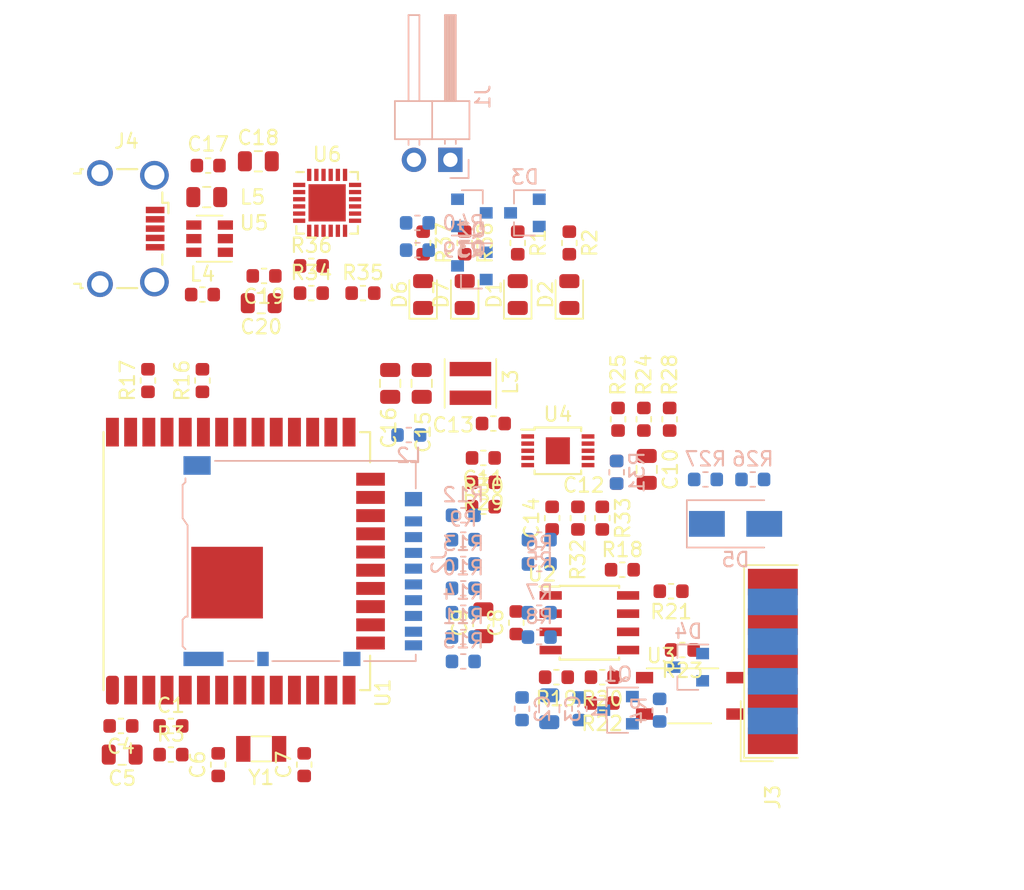
<source format=kicad_pcb>
(kicad_pcb (version 20171130) (host pcbnew 5.0.0-fee4fd1~65~ubuntu16.04.1)
  (title_block (date 2018-08-10))
  (layers (0 F.Cu signal) (1 In1.Cu signal) (2 In2.Cu signal) (31 B.Cu signal) (34 B.Paste user) (35 F.Paste user) (36 B.SilkS user) (37 F.SilkS user) (38 B.Mask user) (39 F.Mask user) (44 Edge.Cuts user))
  (net 0 "")
  (net 1 /esp32/ESP_EN)
  (net 2 GND)
  (net 3 /esp32/SD_VDD)
  (net 4 +3V3)
  (net 5 "Net-(C6-Pad2)")
  (net 6 "Net-(C7-Pad2)")
  (net 7 +12V)
  (net 8 "Net-(C11-Pad1)")
  (net 9 "Net-(C12-Pad1)")
  (net 10 "Net-(C13-Pad1)")
  (net 11 "Net-(C13-Pad2)")
  (net 12 "Net-(C14-Pad2)")
  (net 13 +5V)
  (net 14 /usb_uart/VIO)
  (net 15 "Net-(D1-Pad2)")
  (net 16 "Net-(D2-Pad2)")
  (net 17 /esp32/IO0)
  (net 18 /esp32/SD_DAT2)
  (net 19 /esp32/BOOT)
  (net 20 /can_interface/CAN_N)
  (net 21 /can_interface/CAN_P)
  (net 22 /power_supply/V_BAT)
  (net 23 "Net-(D6-Pad2)")
  (net 24 "Net-(D6-Pad1)")
  (net 25 "Net-(D7-Pad1)")
  (net 26 "Net-(D7-Pad2)")
  (net 27 "Net-(J2-Pad9)")
  (net 28 "Net-(J2-Pad8)")
  (net 29 "Net-(J2-Pad1)")
  (net 30 "Net-(J2-Pad2)")
  (net 31 "Net-(J2-Pad3)")
  (net 32 "Net-(J2-Pad5)")
  (net 33 "Net-(J2-Pad7)")
  (net 34 "Net-(J2-Pad11)")
  (net 35 /esp32/DET_A)
  (net 36 "Net-(J4-Pad1)")
  (net 37 /usb_uart/D_M)
  (net 38 /usb_uart/D_P)
  (net 39 "Net-(J4-Pad6)")
  (net 40 "Net-(L1-Pad2)")
  (net 41 /esp32/SD_EN)
  (net 42 "Net-(Q2-Pad1)")
  (net 43 /usb_uart/RTS)
  (net 44 /usb_uart/DTR)
  (net 45 "Net-(Q3-Pad1)")
  (net 46 /esp32/TEST_LED0)
  (net 47 /esp32/TEST_LED1)
  (net 48 /esp32/SD_DAT3)
  (net 49 /esp32/SD_CMD)
  (net 50 /esp32/SD_DAT0)
  (net 51 /esp32/SD_DAT1)
  (net 52 /esp32/SD_CLK)
  (net 53 /esp32/DET_B)
  (net 54 "Net-(R16-Pad1)")
  (net 55 /can_interface/CAN_RX)
  (net 56 /can_interface/CAN_TX)
  (net 57 "Net-(R17-Pad1)")
  (net 58 "Net-(R18-Pad1)")
  (net 59 /can_interface/CAN_EN)
  (net 60 "Net-(R19-Pad2)")
  (net 61 "Net-(R22-Pad1)")
  (net 62 /can_interface/CAN_TERM_EN)
  (net 63 "Net-(R23-Pad2)")
  (net 64 "Net-(R24-Pad2)")
  (net 65 BAT_ADC_IN)
  (net 66 "Net-(R28-Pad1)")
  (net 67 "Net-(R29-Pad1)")
  (net 68 "Net-(R29-Pad2)")
  (net 69 /power_supply/Power_Good)
  (net 70 "Net-(R34-Pad2)")
  (net 71 "Net-(R36-Pad2)")
  (net 72 /usb_uart/TXD)
  (net 73 /usb_uart/RXD)
  (net 74 /usb_uart/D_IN_P)
  (net 75 /usb_uart/D_IN_M)
  (module bytewerk-esp32:ESP32-WROOM-32 (layer F.Cu) (at 165.4 92.3 90)
    (fp_text reference U1 (at -9.2 13.8 270) (layer F.SilkS))
    (fp_text value ESP32-WROOM-32)
    (pad 39 smd rect (at -1.5 2.92 90) (size 5 5) (layers F.Cu F.Paste F.Mask) (net 2 GND))
    (pad 38 smd rect (at 9 -5.08 90) (size 2 0.9) (layers F.Cu F.Paste F.Mask) (net 2 GND))
    (pad 37 smd rect (at 9 -3.81 90) (size 2 0.9) (layers F.Cu F.Paste F.Mask) (net 35 /esp32/DET_A))
    (pad 36 smd rect (at 9 -2.54 90) (size 2 0.9) (layers F.Cu F.Paste F.Mask) (net 57 "Net-(R17-Pad1)"))
    (pad 35 smd rect (at 9 -1.27 90) (size 2 0.9) (layers F.Cu F.Paste F.Mask) (net 73 /usb_uart/RXD))
    (pad 34 smd rect (at 9 0 90) (size 2 0.9) (layers F.Cu F.Paste F.Mask) (net 72 /usb_uart/TXD))
    (pad 33 smd rect (at 9 1.27 90) (size 2 0.9) (layers F.Cu F.Paste F.Mask) (net 54 "Net-(R16-Pad1)"))
    (pad 32 smd rect (at 9 2.54 90) (size 2 0.9) (layers F.Cu F.Paste F.Mask))
    (pad 31 smd rect (at 9 3.81 90) (size 2 0.9) (layers F.Cu F.Paste F.Mask) (net 47 /esp32/TEST_LED1))
    (pad 30 smd rect (at 9 5.08 90) (size 2 0.9) (layers F.Cu F.Paste F.Mask) (net 46 /esp32/TEST_LED0))
    (pad 29 smd rect (at 9 6.35 90) (size 2 0.9) (layers F.Cu F.Paste F.Mask))
    (pad 28 smd rect (at 9 7.62 90) (size 2 0.9) (layers F.Cu F.Paste F.Mask) (net 53 /esp32/DET_B))
    (pad 27 smd rect (at 9 8.89 90) (size 2 0.9) (layers F.Cu F.Paste F.Mask) (net 35 /esp32/DET_A))
    (pad 26 smd rect (at 9 10.16 90) (size 2 0.9) (layers F.Cu F.Paste F.Mask) (net 51 /esp32/SD_DAT1))
    (pad 25 smd rect (at 9 11.43 270) (size 2 0.9) (layers F.Cu F.Paste F.Mask) (net 19 /esp32/BOOT))
    (pad 24 smd rect (at 5.715 12.93 180) (size 2 0.9) (layers F.Cu F.Paste F.Mask) (net 50 /esp32/SD_DAT0))
    (pad 23 smd rect (at 4.445 12.93 180) (size 2 0.9) (layers F.Cu F.Paste F.Mask) (net 49 /esp32/SD_CMD))
    (pad 22 smd rect (at 3.175 12.93 180) (size 2 0.9) (layers F.Cu F.Paste F.Mask))
    (pad 21 smd rect (at 1.905 12.93 180) (size 2 0.9) (layers F.Cu F.Paste F.Mask))
    (pad 20 smd rect (at 0.635 12.93 180) (size 2 0.9) (layers F.Cu F.Paste F.Mask))
    (pad 19 smd rect (at -0.635 12.93 180) (size 2 0.9) (layers F.Cu F.Paste F.Mask))
    (pad 18 smd rect (at -1.905 12.93 180) (size 2 0.9) (layers F.Cu F.Paste F.Mask))
    (pad 17 smd rect (at -3.175 12.93 180) (size 2 0.9) (layers F.Cu F.Paste F.Mask))
    (pad 16 smd rect (at -4.445 12.93 180) (size 2 0.9) (layers F.Cu F.Paste F.Mask) (net 48 /esp32/SD_DAT3))
    (pad 15 smd rect (at -5.715 12.93 180) (size 2 0.9) (layers F.Cu F.Paste F.Mask) (net 2 GND))
    (pad 14 smd rect (at -9 11.43 90) (size 2 0.9) (layers F.Cu F.Paste F.Mask) (net 18 /esp32/SD_DAT2))
    (pad 13 smd rect (at -9 10.16 90) (size 2 0.9) (layers F.Cu F.Paste F.Mask) (net 52 /esp32/SD_CLK))
    (pad 12 smd rect (at -9 8.89 90) (size 2 0.9) (layers F.Cu F.Paste F.Mask) (net 59 /can_interface/CAN_EN))
    (pad 11 smd rect (at -9 7.62 90) (size 2 0.9) (layers F.Cu F.Paste F.Mask) (net 41 /esp32/SD_EN))
    (pad 10 smd rect (at -9 6.35 90) (size 2 0.9) (layers F.Cu F.Paste F.Mask) (net 53 /esp32/DET_B))
    (pad 9 smd rect (at -9 5.08 90) (size 2 0.9) (layers F.Cu F.Paste F.Mask) (net 6 "Net-(C7-Pad2)"))
    (pad 8 smd rect (at -9 3.81 90) (size 2 0.9) (layers F.Cu F.Paste F.Mask) (net 5 "Net-(C6-Pad2)"))
    (pad 7 smd rect (at -9 2.54 90) (size 2 0.9) (layers F.Cu F.Paste F.Mask) (net 65 BAT_ADC_IN))
    (pad 6 smd rect (at -9 1.27 90) (size 2 0.9) (layers F.Cu F.Paste F.Mask) (net 62 /can_interface/CAN_TERM_EN))
    (pad 5 smd rect (at -9 0 90) (size 2 0.9) (layers F.Cu F.Paste F.Mask))
    (pad 4 smd rect (at -9 -1.27 90) (size 2 0.9) (layers F.Cu F.Paste F.Mask))
    (pad 3 smd rect (at -9 -2.54 90) (size 2 0.9) (layers F.Cu F.Paste F.Mask) (net 1 /esp32/ESP_EN))
    (pad 2 smd rect (at -9 -3.81 90) (size 2 0.9) (layers F.Cu F.Paste F.Mask) (net 4 +3V3))
    (pad 1 smd roundrect (at -9 -5.08 90) (size 2 0.9) (layers F.Cu F.Paste F.Mask) (net 2 GND))
  )
  (module bytewerk_capacitors:C_0603_1608Metric (layer F.Cu) (at 164.4 103.8)
    (fp_text reference C1 (at 0 -1.43) (layer F.SilkS))
    (fp_text value 100n/25V)
    (pad 1 smd roundrect (at -0.7875 0) (size 0.875 0.95) (layers F.Cu F.Paste F.Mask) (net 1 /esp32/ESP_EN))
    (pad 2 smd roundrect (at 0.7875 0) (size 0.875 0.95) (layers F.Cu F.Paste F.Mask) (net 2 GND))
  )
  (module bytewerk_capacitors:C_0603_1608Metric (layer B.Cu) (at 188.9 102.6 90)
    (fp_text reference C2 (at 0 1.43 90) (layer B.SilkS) (effects (justify mirror)))
    (fp_text value 100n/25V)
    (pad 1 smd roundrect (at -0.7875 0 90) (size 0.875 0.95) (layers B.Cu B.Paste B.Mask) (net 3 /esp32/SD_VDD))
    (pad 2 smd roundrect (at 0.7875 0 90) (size 0.875 0.95) (layers B.Cu B.Paste B.Mask) (net 2 GND))
  )
  (module bytewerk_capacitors:C_0805_2012Metric (layer B.Cu) (at 190.8 102.6 90)
    (fp_text reference C3 (at 0 1.65 90) (layer B.SilkS) (effects (justify mirror)))
    (fp_text value 10u/25V)
    (pad 2 smd roundrect (at 0.9375 0 90) (size 0.975 1.4) (layers B.Cu B.Paste B.Mask) (net 2 GND))
    (pad 1 smd roundrect (at -0.9375 0 90) (size 0.975 1.4) (layers B.Cu B.Paste B.Mask) (net 3 /esp32/SD_VDD))
  )
  (module bytewerk_capacitors:C_0603_1608Metric (layer F.Cu) (at 160.9125 103.8 180)
    (fp_text reference C4 (at 0 -1.43 180) (layer F.SilkS))
    (fp_text value 100n/25V)
    (pad 2 smd roundrect (at 0.7875 0 180) (size 0.875 0.95) (layers F.Cu F.Paste F.Mask) (net 2 GND))
    (pad 1 smd roundrect (at -0.7875 0 180) (size 0.875 0.95) (layers F.Cu F.Paste F.Mask) (net 4 +3V3))
  )
  (module bytewerk_capacitors:C_0805_2012Metric (layer F.Cu) (at 161 105.8 180)
    (fp_text reference C5 (at 0 -1.65 180) (layer F.SilkS))
    (fp_text value 10u/25V)
    (pad 1 smd roundrect (at -0.9375 0 180) (size 0.975 1.4) (layers F.Cu F.Paste F.Mask) (net 4 +3V3))
    (pad 2 smd roundrect (at 0.9375 0 180) (size 0.975 1.4) (layers F.Cu F.Paste F.Mask) (net 2 GND))
  )
  (module bytewerk_capacitors:C_0603_1608Metric (layer F.Cu) (at 167.7 106.5 90)
    (fp_text reference C6 (at 0 -1.43 90) (layer F.SilkS))
    (fp_text value C)
    (pad 2 smd roundrect (at 0.7875 0 90) (size 0.875 0.95) (layers F.Cu F.Paste F.Mask) (net 5 "Net-(C6-Pad2)"))
    (pad 1 smd roundrect (at -0.7875 0 90) (size 0.875 0.95) (layers F.Cu F.Paste F.Mask) (net 2 GND))
  )
  (module bytewerk_capacitors:C_0603_1608Metric (layer F.Cu) (at 173.7 106.5 90)
    (fp_text reference C7 (at 0 -1.43 90) (layer F.SilkS))
    (fp_text value C)
    (pad 2 smd roundrect (at 0.7875 0 90) (size 0.875 0.95) (layers F.Cu F.Paste F.Mask) (net 6 "Net-(C7-Pad2)"))
    (pad 1 smd roundrect (at -0.7875 0 90) (size 0.875 0.95) (layers F.Cu F.Paste F.Mask) (net 2 GND))
  )
  (module bytewerk_capacitors:C_0603_1608Metric (layer F.Cu) (at 188.5 96.6 90)
    (fp_text reference C8 (at 0 -1.43 90) (layer F.SilkS))
    (fp_text value 100n/25V)
    (pad 2 smd roundrect (at 0.7875 0 90) (size 0.875 0.95) (layers F.Cu F.Paste F.Mask) (net 2 GND))
    (pad 1 smd roundrect (at -0.7875 0 90) (size 0.875 0.95) (layers F.Cu F.Paste F.Mask) (net 4 +3V3))
  )
  (module bytewerk_capacitors:C_0805_2012Metric (layer F.Cu) (at 186.2 96.6 90)
    (fp_text reference C9 (at 0 -1.65 90) (layer F.SilkS))
    (fp_text value 10u/25V)
    (pad 2 smd roundrect (at 0.9375 0 90) (size 0.975 1.4) (layers F.Cu F.Paste F.Mask) (net 2 GND))
    (pad 1 smd roundrect (at -0.9375 0 90) (size 0.975 1.4) (layers F.Cu F.Paste F.Mask) (net 4 +3V3))
  )
  (module bytewerk_capacitors:C_0805_2012Metric (layer F.Cu) (at 197.6 85.9 270)
    (fp_text reference C10 (at 0 -1.65 270) (layer F.SilkS))
    (fp_text value 10u/25V)
    (pad 1 smd roundrect (at -0.9375 0 270) (size 0.975 1.4) (layers F.Cu F.Paste F.Mask) (net 7 +12V))
    (pad 2 smd roundrect (at 0.9375 0 270) (size 0.975 1.4) (layers F.Cu F.Paste F.Mask) (net 2 GND))
  )
  (module bytewerk_capacitors:C_0603_1608Metric (layer F.Cu) (at 186.2 85.1 180)
    (fp_text reference C11 (at 0 -1.43 180) (layer F.SilkS))
    (fp_text value 1u/25V)
    (pad 1 smd roundrect (at -0.7875 0 180) (size 0.875 0.95) (layers F.Cu F.Paste F.Mask) (net 8 "Net-(C11-Pad1)"))
    (pad 2 smd roundrect (at 0.7875 0 180) (size 0.875 0.95) (layers F.Cu F.Paste F.Mask) (net 2 GND))
  )
  (module bytewerk_capacitors:C_0603_1608Metric (layer F.Cu) (at 195.5 86.1 270)
    (fp_text reference C12 (at 0.9 2.3) (layer F.SilkS))
    (fp_text value 10n/25V)
    (pad 1 smd roundrect (at -0.7875 0 270) (size 0.875 0.95) (layers F.Cu F.Paste F.Mask) (net 9 "Net-(C12-Pad1)"))
    (pad 2 smd roundrect (at 0.7875 0 270) (size 0.875 0.95) (layers F.Cu F.Paste F.Mask) (net 2 GND))
  )
  (module bytewerk_capacitors:C_0603_1608Metric (layer F.Cu) (at 186.9 82.7 180)
    (fp_text reference C13 (at 2.8 -0.1 180) (layer F.SilkS))
    (fp_text value 100n/25V)
    (pad 1 smd roundrect (at -0.7875 0 180) (size 0.875 0.95) (layers F.Cu F.Paste F.Mask) (net 10 "Net-(C13-Pad1)"))
    (pad 2 smd roundrect (at 0.7875 0 180) (size 0.875 0.95) (layers F.Cu F.Paste F.Mask) (net 11 "Net-(C13-Pad2)"))
  )
  (module bytewerk_capacitors:C_0603_1608Metric (layer F.Cu) (at 191 89.3 90)
    (fp_text reference C14 (at 0 -1.43 90) (layer F.SilkS))
    (fp_text value 10p/50V)
    (pad 1 smd roundrect (at -0.7875 0 90) (size 0.875 0.95) (layers F.Cu F.Paste F.Mask) (net 4 +3V3))
    (pad 2 smd roundrect (at 0.7875 0 90) (size 0.875 0.95) (layers F.Cu F.Paste F.Mask) (net 12 "Net-(C14-Pad2)"))
  )
  (module bytewerk_capacitors:C_0805_2012Metric (layer F.Cu) (at 181.9 79.9 270)
    (fp_text reference C15 (at 3.4 -0.1 270) (layer F.SilkS))
    (fp_text value 10u/25V)
    (pad 2 smd roundrect (at 0.9375 0 270) (size 0.975 1.4) (layers F.Cu F.Paste F.Mask) (net 2 GND))
    (pad 1 smd roundrect (at -0.9375 0 270) (size 0.975 1.4) (layers F.Cu F.Paste F.Mask) (net 4 +3V3))
  )
  (module bytewerk_capacitors:C_0805_2012Metric (layer F.Cu) (at 179.7 79.9 270)
    (fp_text reference C16 (at 3.1 0.1 270) (layer F.SilkS))
    (fp_text value 10u/25V)
    (pad 1 smd roundrect (at -0.9375 0 270) (size 0.975 1.4) (layers F.Cu F.Paste F.Mask) (net 4 +3V3))
    (pad 2 smd roundrect (at 0.9375 0 270) (size 0.975 1.4) (layers F.Cu F.Paste F.Mask) (net 2 GND))
  )
  (module bytewerk_capacitors:C_0603_1608Metric (layer F.Cu) (at 167 64.7 180)
    (fp_text reference C17 (at 0 1.5 180) (layer F.SilkS))
    (fp_text value 100n/10V)
    (pad 2 smd roundrect (at 0.7875 0 180) (size 0.875 0.95) (layers F.Cu F.Paste F.Mask) (net 2 GND))
    (pad 1 smd roundrect (at -0.7875 0 180) (size 0.875 0.95) (layers F.Cu F.Paste F.Mask) (net 13 +5V))
  )
  (module bytewerk_capacitors:C_0805_2012Metric (layer F.Cu) (at 170.5 64.4)
    (fp_text reference C18 (at 0 -1.65) (layer F.SilkS))
    (fp_text value 4u7/10V)
    (pad 2 smd roundrect (at 0.9375 0) (size 0.975 1.4) (layers F.Cu F.Paste F.Mask) (net 2 GND))
    (pad 1 smd roundrect (at -0.9375 0) (size 0.975 1.4) (layers F.Cu F.Paste F.Mask) (net 13 +5V))
  )
  (module bytewerk_capacitors:C_0603_1608Metric (layer F.Cu) (at 170.9 72.4 180)
    (fp_text reference C19 (at 0 -1.43 180) (layer F.SilkS))
    (fp_text value 100n/25V)
    (pad 2 smd roundrect (at 0.7875 0 180) (size 0.875 0.95) (layers F.Cu F.Paste F.Mask) (net 2 GND))
    (pad 1 smd roundrect (at -0.7875 0 180) (size 0.875 0.95) (layers F.Cu F.Paste F.Mask) (net 14 /usb_uart/VIO))
  )
  (module bytewerk_capacitors:C_0805_2012Metric (layer F.Cu) (at 170.7 74.3 180)
    (fp_text reference C20 (at 0 -1.65 180) (layer F.SilkS))
    (fp_text value 4u7/10V)
    (pad 1 smd roundrect (at -0.9375 0 180) (size 0.975 1.4) (layers F.Cu F.Paste F.Mask) (net 14 /usb_uart/VIO))
    (pad 2 smd roundrect (at 0.9375 0 180) (size 0.975 1.4) (layers F.Cu F.Paste F.Mask) (net 2 GND))
  )
  (module LED_SMD:LED_0805_2012Metric (layer F.Cu) (at 188.6 73.7 90)
    (fp_text reference D1 (at 0 -1.65 90) (layer F.SilkS))
    (fp_text value LED)
    (pad 1 smd roundrect (at -0.9375 0 90) (size 0.975 1.4) (layers F.Cu F.Paste F.Mask) (net 2 GND))
    (pad 2 smd roundrect (at 0.9375 0 90) (size 0.975 1.4) (layers F.Cu F.Paste F.Mask) (net 15 "Net-(D1-Pad2)"))
  )
  (module LED_SMD:LED_0805_2012Metric (layer F.Cu) (at 192.2 73.7 90)
    (fp_text reference D2 (at 0 -1.65 90) (layer F.SilkS))
    (fp_text value LED)
    (pad 2 smd roundrect (at 0.9375 0 90) (size 0.975 1.4) (layers F.Cu F.Paste F.Mask) (net 16 "Net-(D2-Pad2)"))
    (pad 1 smd roundrect (at -0.9375 0 90) (size 0.975 1.4) (layers F.Cu F.Paste F.Mask) (net 2 GND))
  )
  (module Package_TO_SOT_SMD:SOT-23 (layer B.Cu) (at 189.1 68 180)
    (fp_text reference D3 (at 0 2.5 180) (layer B.SilkS) (effects (justify mirror)))
    (fp_text value BAT54C)
    (pad 3 smd rect (at 1 0 180) (size 0.9 0.8) (layers B.Cu B.Paste B.Mask) (net 17 /esp32/IO0))
    (pad 2 smd rect (at -1 -0.95 180) (size 0.9 0.8) (layers B.Cu B.Paste B.Mask) (net 18 /esp32/SD_DAT2))
    (pad 1 smd rect (at -1 0.95 180) (size 0.9 0.8) (layers B.Cu B.Paste B.Mask) (net 19 /esp32/BOOT))
  )
  (module Package_TO_SOT_SMD:SOT-23 (layer B.Cu) (at 200.5 99.7 180)
    (fp_text reference D4 (at 0 2.5 180) (layer B.SilkS) (effects (justify mirror)))
    (fp_text value NUP2105L)
    (pad 1 smd rect (at -1 0.95 180) (size 0.9 0.8) (layers B.Cu B.Paste B.Mask) (net 20 /can_interface/CAN_N))
    (pad 2 smd rect (at -1 -0.95 180) (size 0.9 0.8) (layers B.Cu B.Paste B.Mask) (net 21 /can_interface/CAN_P))
    (pad 3 smd rect (at 1 0 180) (size 0.9 0.8) (layers B.Cu B.Paste B.Mask) (net 2 GND))
  )
  (module LED_SMD:LED_0805_2012Metric (layer F.Cu) (at 182 73.7 90)
    (fp_text reference D6 (at 0 -1.65 90) (layer F.SilkS))
    (fp_text value LED)
    (pad 2 smd roundrect (at 0.9375 0 90) (size 0.975 1.4) (layers F.Cu F.Paste F.Mask) (net 23 "Net-(D6-Pad2)"))
    (pad 1 smd roundrect (at -0.9375 0 90) (size 0.975 1.4) (layers F.Cu F.Paste F.Mask) (net 24 "Net-(D6-Pad1)"))
  )
  (module LED_SMD:LED_0805_2012Metric (layer F.Cu) (at 184.9 73.7 90)
    (fp_text reference D7 (at 0 -1.65 90) (layer F.SilkS))
    (fp_text value LED)
    (pad 1 smd roundrect (at -0.9375 0 90) (size 0.975 1.4) (layers F.Cu F.Paste F.Mask) (net 25 "Net-(D7-Pad1)"))
    (pad 2 smd roundrect (at 0.9375 0 90) (size 0.975 1.4) (layers F.Cu F.Paste F.Mask) (net 26 "Net-(D7-Pad2)"))
  )
  (module Connector_PinHeader_2.54mm:PinHeader_1x02_P2.54mm_Horizontal (layer B.Cu) (at 183.9 64.3 90)
    (fp_text reference J1 (at 4.385 2.27 90) (layer B.SilkS) (effects (justify mirror)))
    (fp_text value Conn_01x02_Male)
    (pad 1 thru_hole rect (at 0 0 90) (size 1.7 1.7) (drill 1) (layers *.Cu *.Mask) (net 19 /esp32/BOOT))
    (pad 2 thru_hole oval (at 0 -2.54 90) (size 1.7 1.7) (drill 1) (layers *.Cu *.Mask) (net 2 GND))
  )
  (module Connector_Card:microSD_HC_Hirose_DM3AT-SF-PEJM5 (layer B.Cu) (at 173.6 92.3 90)
    (fp_text reference J2 (at -0.075 9.525 90) (layer B.SilkS) (effects (justify mirror)))
    (fp_text value "DM3AT-SF-PEJM5(40)")
    (pad 9 smd rect (at -5.875 7.725 90) (size 0.7 1.2) (layers B.Cu B.Paste B.Mask) (net 27 "Net-(J2-Pad9)"))
    (pad 8 smd rect (at -4.925 7.725 90) (size 0.7 1.2) (layers B.Cu B.Paste B.Mask) (net 28 "Net-(J2-Pad8)"))
    (pad 1 smd rect (at 2.775 7.725 90) (size 0.7 1.2) (layers B.Cu B.Paste B.Mask) (net 29 "Net-(J2-Pad1)"))
    (pad 2 smd rect (at 1.675 7.725 90) (size 0.7 1.2) (layers B.Cu B.Paste B.Mask) (net 30 "Net-(J2-Pad2)"))
    (pad 3 smd rect (at 0.575 7.725 90) (size 0.7 1.2) (layers B.Cu B.Paste B.Mask) (net 31 "Net-(J2-Pad3)"))
    (pad 4 smd rect (at -0.525 7.725 90) (size 0.7 1.2) (layers B.Cu B.Paste B.Mask) (net 3 /esp32/SD_VDD))
    (pad 5 smd rect (at -1.625 7.725 90) (size 0.7 1.2) (layers B.Cu B.Paste B.Mask) (net 32 "Net-(J2-Pad5)"))
    (pad 6 smd rect (at -2.725 7.725 90) (size 0.7 1.2) (layers B.Cu B.Paste B.Mask) (net 2 GND))
    (pad 7 smd rect (at -3.825 7.725 90) (size 0.7 1.2) (layers B.Cu B.Paste B.Mask) (net 33 "Net-(J2-Pad7)"))
    (pad 11 smd rect (at 4.325 7.725 90) (size 1 1.2) (layers B.Cu B.Paste B.Mask) (net 34 "Net-(J2-Pad11)"))
    (pad 11 smd rect (at -6.825 3.425 90) (size 1 1.2) (layers B.Cu B.Paste B.Mask) (net 34 "Net-(J2-Pad11)"))
    (pad 10 smd rect (at -6.825 -2.775 90) (size 1 0.8) (layers B.Cu B.Paste B.Mask) (net 35 /esp32/DET_A))
    (pad 11 smd rect (at -6.825 -6.925 90) (size 1 2.8) (layers B.Cu B.Paste B.Mask) (net 34 "Net-(J2-Pad11)"))
    (pad 11 smd rect (at 6.675 -7.375 90) (size 1.3 1.9) (layers B.Cu B.Paste B.Mask) (net 34 "Net-(J2-Pad11)"))
  )
  (module Connector_Dsub:DSUB-9_Male_EdgeMount_P2.77mm (layer F.Cu) (at 206.4 99.3 90)
    (fp_text reference J3 (at -9.463333 0 90) (layer F.SilkS))
    (fp_text value DB9_Male)
    (pad 1 smd rect (at -5.54 0 90) (size 1.846667 3.48) (layers F.Cu F.Paste F.Mask))
    (pad 2 smd rect (at -2.77 0 90) (size 1.846667 3.48) (layers F.Cu F.Paste F.Mask) (net 20 /can_interface/CAN_N))
    (pad 3 smd rect (at 0 0 90) (size 1.846667 3.48) (layers F.Cu F.Paste F.Mask) (net 2 GND))
    (pad 4 smd rect (at 2.77 0 90) (size 1.846667 3.48) (layers F.Cu F.Paste F.Mask))
    (pad 5 smd rect (at 5.54 0 90) (size 1.846667 3.48) (layers F.Cu F.Paste F.Mask))
    (pad 6 smd rect (at -4.155 0 90) (size 1.846667 3.48) (layers B.Cu B.Paste B.Mask))
    (pad 7 smd rect (at -1.385 0 90) (size 1.846667 3.48) (layers B.Cu B.Paste B.Mask) (net 21 /can_interface/CAN_P))
    (pad 8 smd rect (at 1.385 0 90) (size 1.846667 3.48) (layers B.Cu B.Paste B.Mask))
    (pad 9 smd rect (at 4.155 0 90) (size 1.846667 3.48) (layers B.Cu B.Paste B.Mask) (net 22 /power_supply/V_BAT))
  )
  (module Connector_USB:USB_Micro-B_Wuerth_629105150521_CircularHoles (layer F.Cu) (at 161.4 69.1 270)
    (fp_text reference J4 (at -6.1 0.1) (layer F.SilkS))
    (fp_text value USB_B_Micro)
    (pad 1 smd rect (at -1.3 -1.9 270) (size 0.45 1.3) (layers F.Cu F.Paste F.Mask) (net 36 "Net-(J4-Pad1)"))
    (pad 2 smd rect (at -0.65 -1.9 270) (size 0.45 1.3) (layers F.Cu F.Paste F.Mask) (net 37 /usb_uart/D_M))
    (pad 3 smd rect (at 0 -1.9 270) (size 0.45 1.3) (layers F.Cu F.Paste F.Mask) (net 38 /usb_uart/D_P))
    (pad 4 smd rect (at 0.65 -1.9 270) (size 0.45 1.3) (layers F.Cu F.Paste F.Mask))
    (pad 5 smd rect (at 1.3 -1.9 270) (size 0.45 1.3) (layers F.Cu F.Paste F.Mask) (net 2 GND))
    (pad 6 thru_hole circle (at -3.725 -1.85 270) (size 2 2) (drill 1.4) (layers *.Cu *.Mask) (net 39 "Net-(J4-Pad6)"))
    (pad 6 thru_hole circle (at 3.725 -1.85 270) (size 2 2) (drill 1.4) (layers *.Cu *.Mask) (net 39 "Net-(J4-Pad6)"))
    (pad 6 thru_hole circle (at -3.875 1.95 270) (size 1.8 1.8) (drill 1.2) (layers *.Cu *.Mask) (net 39 "Net-(J4-Pad6)"))
    (pad 6 thru_hole circle (at 3.875 1.95 270) (size 1.8 1.8) (drill 1.2) (layers *.Cu *.Mask) (net 39 "Net-(J4-Pad6)"))
    (pad "" np_thru_hole circle (at -2.5 -0.8 270) (size 0.8 0.8) (drill 0.8) (layers *.Cu *.Mask))
    (pad "" np_thru_hole circle (at 2.5 -0.8 270) (size 0.8 0.8) (drill 0.8) (layers *.Cu *.Mask))
  )
  (module Inductor_SMD:L_0603_1608Metric (layer B.Cu) (at 192.9 102.6 90)
    (fp_text reference L1 (at 0 1.43 90) (layer B.SilkS) (effects (justify mirror)))
    (fp_text value L)
    (pad 2 smd roundrect (at 0.7875 0 90) (size 0.875 0.95) (layers B.Cu B.Paste B.Mask) (net 40 "Net-(L1-Pad2)"))
    (pad 1 smd roundrect (at -0.7875 0 90) (size 0.875 0.95) (layers B.Cu B.Paste B.Mask) (net 3 /esp32/SD_VDD))
  )
  (module Inductor_SMD:L_0603_1608Metric (layer B.Cu) (at 181 83.5)
    (fp_text reference L2 (at 0 1.43) (layer B.SilkS) (effects (justify mirror)))
    (fp_text value L)
    (pad 1 smd roundrect (at -0.7875 0) (size 0.875 0.95) (layers B.Cu B.Paste B.Mask) (net 2 GND))
    (pad 2 smd roundrect (at 0.7875 0) (size 0.875 0.95) (layers B.Cu B.Paste B.Mask) (net 34 "Net-(J2-Pad11)"))
  )
  (module bytewerk-inductors:L_Coilcraft_XLF3012 (layer F.Cu) (at 185.3 79.9 90)
    (fp_text reference L3 (at 0.1 2.8 90) (layer F.SilkS))
    (fp_text value XFL3012-222ME)
    (pad 1 smd rect (at -1 0 90) (size 1 2.9) (layers F.Cu F.Paste F.Mask) (net 11 "Net-(C13-Pad2)"))
    (pad 2 smd rect (at 1 0 90) (size 1 2.9) (layers F.Cu F.Paste F.Mask) (net 4 +3V3))
  )
  (module Inductor_SMD:L_0603_1608Metric (layer F.Cu) (at 166.6 73.7)
    (fp_text reference L4 (at 0 -1.43) (layer F.SilkS))
    (fp_text value L)
    (pad 1 smd roundrect (at -0.7875 0) (size 0.875 0.95) (layers F.Cu F.Paste F.Mask) (net 39 "Net-(J4-Pad6)"))
    (pad 2 smd roundrect (at 0.7875 0) (size 0.875 0.95) (layers F.Cu F.Paste F.Mask) (net 2 GND))
  )
  (module Inductor_SMD:L_0805_2012Metric (layer F.Cu) (at 166.9 66.9 180)
    (fp_text reference L5 (at -3.2 0 180) (layer F.SilkS))
    (fp_text value L)
    (pad 1 smd roundrect (at -0.9375 0 180) (size 0.975 1.4) (layers F.Cu F.Paste F.Mask) (net 13 +5V))
    (pad 2 smd roundrect (at 0.9375 0 180) (size 0.975 1.4) (layers F.Cu F.Paste F.Mask) (net 36 "Net-(J4-Pad1)"))
  )
  (module Package_TO_SOT_SMD:SOT-23 (layer B.Cu) (at 195.6 102.7 180)
    (fp_text reference Q1 (at 0 2.5 180) (layer B.SilkS) (effects (justify mirror)))
    (fp_text value DMG2305UX-7)
    (pad 1 smd rect (at -1 0.95 180) (size 0.9 0.8) (layers B.Cu B.Paste B.Mask) (net 41 /esp32/SD_EN))
    (pad 2 smd rect (at -1 -0.95 180) (size 0.9 0.8) (layers B.Cu B.Paste B.Mask) (net 4 +3V3))
    (pad 3 smd rect (at 1 0 180) (size 0.9 0.8) (layers B.Cu B.Paste B.Mask) (net 40 "Net-(L1-Pad2)"))
  )
  (module Package_TO_SOT_SMD:SOT-23 (layer B.Cu) (at 185.4 71.7 180)
    (fp_text reference Q2 (at 0 2.5 180) (layer B.SilkS) (effects (justify mirror)))
    (fp_text value BC817)
    (pad 1 smd rect (at -1 0.95 180) (size 0.9 0.8) (layers B.Cu B.Paste B.Mask) (net 42 "Net-(Q2-Pad1)"))
    (pad 2 smd rect (at -1 -0.95 180) (size 0.9 0.8) (layers B.Cu B.Paste B.Mask) (net 43 /usb_uart/RTS))
    (pad 3 smd rect (at 1 0 180) (size 0.9 0.8) (layers B.Cu B.Paste B.Mask) (net 1 /esp32/ESP_EN))
  )
  (module Package_TO_SOT_SMD:SOT-23 (layer B.Cu) (at 185.4 68)
    (fp_text reference Q3 (at 0 2.5) (layer B.SilkS) (effects (justify mirror)))
    (fp_text value BC817)
    (pad 3 smd rect (at 1 0) (size 0.9 0.8) (layers B.Cu B.Paste B.Mask) (net 17 /esp32/IO0))
    (pad 2 smd rect (at -1 -0.95) (size 0.9 0.8) (layers B.Cu B.Paste B.Mask) (net 44 /usb_uart/DTR))
    (pad 1 smd rect (at -1 0.95) (size 0.9 0.8) (layers B.Cu B.Paste B.Mask) (net 45 "Net-(Q3-Pad1)"))
  )
  (module bytewerk_resistors:R_0603_1608Metric (layer F.Cu) (at 188.6 70.1 270)
    (fp_text reference R1 (at 0 -1.43 270) (layer F.SilkS))
    (fp_text value 1k)
    (pad 2 smd roundrect (at 0.7875 0 270) (size 0.875 0.95) (layers F.Cu F.Paste F.Mask) (net 15 "Net-(D1-Pad2)"))
    (pad 1 smd roundrect (at -0.7875 0 270) (size 0.875 0.95) (layers F.Cu F.Paste F.Mask) (net 46 /esp32/TEST_LED0))
  )
  (module bytewerk_resistors:R_0603_1608Metric (layer F.Cu) (at 192.2 70.1 270)
    (fp_text reference R2 (at 0 -1.43 270) (layer F.SilkS))
    (fp_text value 1k)
    (pad 1 smd roundrect (at -0.7875 0 270) (size 0.875 0.95) (layers F.Cu F.Paste F.Mask) (net 47 /esp32/TEST_LED1))
    (pad 2 smd roundrect (at 0.7875 0 270) (size 0.875 0.95) (layers F.Cu F.Paste F.Mask) (net 16 "Net-(D2-Pad2)"))
  )
  (module bytewerk_resistors:R_0603_1608Metric (layer F.Cu) (at 164.4 105.8)
    (fp_text reference R3 (at 0 -1.43) (layer F.SilkS))
    (fp_text value 10k)
    (pad 2 smd roundrect (at 0.7875 0) (size 0.875 0.95) (layers F.Cu F.Paste F.Mask) (net 1 /esp32/ESP_EN))
    (pad 1 smd roundrect (at -0.7875 0) (size 0.875 0.95) (layers F.Cu F.Paste F.Mask) (net 4 +3V3))
  )
  (module bytewerk_resistors:R_0603_1608Metric (layer B.Cu) (at 198.5 102.7 270)
    (fp_text reference R4 (at 0 1.43 270) (layer B.SilkS) (effects (justify mirror)))
    (fp_text value 10k)
    (pad 1 smd roundrect (at -0.7875 0 270) (size 0.875 0.95) (layers B.Cu B.Paste B.Mask) (net 41 /esp32/SD_EN))
    (pad 2 smd roundrect (at 0.7875 0 270) (size 0.875 0.95) (layers B.Cu B.Paste B.Mask) (net 4 +3V3))
  )
  (module bytewerk_resistors:R_0603_1608Metric (layer B.Cu) (at 190.1 90.8)
    (fp_text reference R5 (at 0 1.43) (layer B.SilkS) (effects (justify mirror)))
    (fp_text value 10k)
    (pad 2 smd roundrect (at 0.7875 0) (size 0.875 0.95) (layers B.Cu B.Paste B.Mask) (net 48 /esp32/SD_DAT3))
    (pad 1 smd roundrect (at -0.7875 0) (size 0.875 0.95) (layers B.Cu B.Paste B.Mask) (net 3 /esp32/SD_VDD))
  )
  (module bytewerk_resistors:R_0603_1608Metric (layer B.Cu) (at 190.1 92.5 180)
    (fp_text reference R6 (at 0 1.43 180) (layer B.SilkS) (effects (justify mirror)))
    (fp_text value 10k)
    (pad 1 smd roundrect (at -0.7875 0 180) (size 0.875 0.95) (layers B.Cu B.Paste B.Mask) (net 3 /esp32/SD_VDD))
    (pad 2 smd roundrect (at 0.7875 0 180) (size 0.875 0.95) (layers B.Cu B.Paste B.Mask) (net 49 /esp32/SD_CMD))
  )
  (module bytewerk_resistors:R_0603_1608Metric (layer B.Cu) (at 190.1 95.9 180)
    (fp_text reference R7 (at 0 1.43 180) (layer B.SilkS) (effects (justify mirror)))
    (fp_text value 10k)
    (pad 2 smd roundrect (at 0.7875 0 180) (size 0.875 0.95) (layers B.Cu B.Paste B.Mask) (net 50 /esp32/SD_DAT0))
    (pad 1 smd roundrect (at -0.7875 0 180) (size 0.875 0.95) (layers B.Cu B.Paste B.Mask) (net 3 /esp32/SD_VDD))
  )
  (module bytewerk_resistors:R_0603_1608Metric (layer B.Cu) (at 190.1 97.6 180)
    (fp_text reference R8 (at 0 1.43 180) (layer B.SilkS) (effects (justify mirror)))
    (fp_text value 10k)
    (pad 1 smd roundrect (at -0.7875 0 180) (size 0.875 0.95) (layers B.Cu B.Paste B.Mask) (net 3 /esp32/SD_VDD))
    (pad 2 smd roundrect (at 0.7875 0 180) (size 0.875 0.95) (layers B.Cu B.Paste B.Mask) (net 51 /esp32/SD_DAT1))
  )
  (module bytewerk_resistors:R_0603_1608Metric (layer B.Cu) (at 184.8 90.8 180)
    (fp_text reference R9 (at 0 1.43 180) (layer B.SilkS) (effects (justify mirror)))
    (fp_text value 33R)
    (pad 1 smd roundrect (at -0.7875 0 180) (size 0.875 0.95) (layers B.Cu B.Paste B.Mask) (net 48 /esp32/SD_DAT3))
    (pad 2 smd roundrect (at 0.7875 0 180) (size 0.875 0.95) (layers B.Cu B.Paste B.Mask) (net 30 "Net-(J2-Pad2)"))
  )
  (module bytewerk_resistors:R_0603_1608Metric (layer B.Cu) (at 184.8 94.2 180)
    (fp_text reference R10 (at 0 1.43 180) (layer B.SilkS) (effects (justify mirror)))
    (fp_text value 10R)
    (pad 1 smd roundrect (at -0.7875 0 180) (size 0.875 0.95) (layers B.Cu B.Paste B.Mask) (net 52 /esp32/SD_CLK))
    (pad 2 smd roundrect (at 0.7875 0 180) (size 0.875 0.95) (layers B.Cu B.Paste B.Mask) (net 32 "Net-(J2-Pad5)"))
  )
  (module bytewerk_resistors:R_0603_1608Metric (layer B.Cu) (at 184.8 97.6 180)
    (fp_text reference R11 (at 0 1.43 180) (layer B.SilkS) (effects (justify mirror)))
    (fp_text value 33R)
    (pad 2 smd roundrect (at 0.7875 0 180) (size 0.875 0.95) (layers B.Cu B.Paste B.Mask) (net 28 "Net-(J2-Pad8)"))
    (pad 1 smd roundrect (at -0.7875 0 180) (size 0.875 0.95) (layers B.Cu B.Paste B.Mask) (net 51 /esp32/SD_DAT1))
  )
  (module bytewerk_resistors:R_0603_1608Metric (layer B.Cu) (at 184.8 89.1 180)
    (fp_text reference R12 (at 0 1.43 180) (layer B.SilkS) (effects (justify mirror)))
    (fp_text value 33R)
    (pad 2 smd roundrect (at 0.7875 0 180) (size 0.875 0.95) (layers B.Cu B.Paste B.Mask) (net 29 "Net-(J2-Pad1)"))
    (pad 1 smd roundrect (at -0.7875 0 180) (size 0.875 0.95) (layers B.Cu B.Paste B.Mask) (net 18 /esp32/SD_DAT2))
  )
  (module bytewerk_resistors:R_0603_1608Metric (layer B.Cu) (at 184.8 92.5 180)
    (fp_text reference R13 (at 0 1.43 180) (layer B.SilkS) (effects (justify mirror)))
    (fp_text value 33R)
    (pad 2 smd roundrect (at 0.7875 0 180) (size 0.875 0.95) (layers B.Cu B.Paste B.Mask) (net 31 "Net-(J2-Pad3)"))
    (pad 1 smd roundrect (at -0.7875 0 180) (size 0.875 0.95) (layers B.Cu B.Paste B.Mask) (net 49 /esp32/SD_CMD))
  )
  (module bytewerk_resistors:R_0603_1608Metric (layer B.Cu) (at 184.8 95.9 180)
    (fp_text reference R14 (at 0 1.43 180) (layer B.SilkS) (effects (justify mirror)))
    (fp_text value 200R)
    (pad 1 smd roundrect (at -0.7875 0 180) (size 0.875 0.95) (layers B.Cu B.Paste B.Mask) (net 50 /esp32/SD_DAT0))
    (pad 2 smd roundrect (at 0.7875 0 180) (size 0.875 0.95) (layers B.Cu B.Paste B.Mask) (net 33 "Net-(J2-Pad7)"))
  )
  (module bytewerk_resistors:R_0603_1608Metric (layer B.Cu) (at 184.8 99.3 180)
    (fp_text reference R15 (at 0 1.43 180) (layer B.SilkS) (effects (justify mirror)))
    (fp_text value 10k)
    (pad 1 smd roundrect (at -0.7875 0 180) (size 0.875 0.95) (layers B.Cu B.Paste B.Mask) (net 27 "Net-(J2-Pad9)"))
    (pad 2 smd roundrect (at 0.7875 0 180) (size 0.875 0.95) (layers B.Cu B.Paste B.Mask) (net 53 /esp32/DET_B))
  )
  (module bytewerk_resistors:R_0603_1608Metric (layer F.Cu) (at 166.6 79.7 90)
    (fp_text reference R16 (at 0 -1.43 90) (layer F.SilkS))
    (fp_text value 220R)
    (pad 1 smd roundrect (at -0.7875 0 90) (size 0.875 0.95) (layers F.Cu F.Paste F.Mask) (net 54 "Net-(R16-Pad1)"))
    (pad 2 smd roundrect (at 0.7875 0 90) (size 0.875 0.95) (layers F.Cu F.Paste F.Mask) (net 55 /can_interface/CAN_RX))
  )
  (module bytewerk_resistors:R_0603_1608Metric (layer F.Cu) (at 162.8 79.7 90)
    (fp_text reference R17 (at 0 -1.43 90) (layer F.SilkS))
    (fp_text value 220R)
    (pad 2 smd roundrect (at 0.7875 0 90) (size 0.875 0.95) (layers F.Cu F.Paste F.Mask) (net 56 /can_interface/CAN_TX))
    (pad 1 smd roundrect (at -0.7875 0 90) (size 0.875 0.95) (layers F.Cu F.Paste F.Mask) (net 57 "Net-(R17-Pad1)"))
  )
  (module bytewerk_resistors:R_0603_1608Metric (layer F.Cu) (at 195.9 92.9 180)
    (fp_text reference R18 (at 0 1.4 180) (layer F.SilkS))
    (fp_text value 0R)
    (pad 1 smd roundrect (at -0.7875 0 180) (size 0.875 0.95) (layers F.Cu F.Paste F.Mask) (net 58 "Net-(R18-Pad1)"))
    (pad 2 smd roundrect (at 0.7875 0 180) (size 0.875 0.95) (layers F.Cu F.Paste F.Mask) (net 59 /can_interface/CAN_EN))
  )
  (module bytewerk_resistors:R_0603_1608Metric (layer F.Cu) (at 191.3 100.4)
    (fp_text reference R19 (at 0 1.5) (layer F.SilkS))
    (fp_text value 10k)
    (pad 1 smd roundrect (at -0.7875 0) (size 0.875 0.95) (layers F.Cu F.Paste F.Mask) (net 4 +3V3))
    (pad 2 smd roundrect (at 0.7875 0) (size 0.875 0.95) (layers F.Cu F.Paste F.Mask) (net 60 "Net-(R19-Pad2)"))
  )
  (module bytewerk_resistors:R_0603_1608Metric (layer F.Cu) (at 194.5 100.4)
    (fp_text reference R20 (at 0 1.5) (layer F.SilkS))
    (fp_text value 10k)
    (pad 2 smd roundrect (at 0.7875 0) (size 0.875 0.95) (layers F.Cu F.Paste F.Mask) (net 2 GND))
    (pad 1 smd roundrect (at -0.7875 0) (size 0.875 0.95) (layers F.Cu F.Paste F.Mask) (net 60 "Net-(R19-Pad2)"))
  )
  (module bytewerk_resistors:R_0603_1608Metric (layer F.Cu) (at 199.3 94.4 180)
    (fp_text reference R21 (at 0 -1.43 180) (layer F.SilkS))
    (fp_text value 1k)
    (pad 2 smd roundrect (at 0.7875 0 180) (size 0.875 0.95) (layers F.Cu F.Paste F.Mask) (net 58 "Net-(R18-Pad1)"))
    (pad 1 smd roundrect (at -0.7875 0 180) (size 0.875 0.95) (layers F.Cu F.Paste F.Mask) (net 4 +3V3))
  )
  (module bytewerk_resistors:R_0603_1608Metric (layer F.Cu) (at 194.4875 102.2 180)
    (fp_text reference R22 (at 0 -1.43 180) (layer F.SilkS))
    (fp_text value 470R)
    (pad 1 smd roundrect (at -0.7875 0 180) (size 0.875 0.95) (layers F.Cu F.Paste F.Mask) (net 61 "Net-(R22-Pad1)"))
    (pad 2 smd roundrect (at 0.7875 0 180) (size 0.875 0.95) (layers F.Cu F.Paste F.Mask) (net 62 /can_interface/CAN_TERM_EN))
  )
  (module bytewerk_resistors:R_0603_1608Metric (layer F.Cu) (at 200.0875 98.5 180)
    (fp_text reference R23 (at 0 -1.43 180) (layer F.SilkS))
    (fp_text value 100R)
    (pad 2 smd roundrect (at 0.7875 0 180) (size 0.875 0.95) (layers F.Cu F.Paste F.Mask) (net 63 "Net-(R23-Pad2)"))
    (pad 1 smd roundrect (at -0.7875 0 180) (size 0.875 0.95) (layers F.Cu F.Paste F.Mask) (net 21 /can_interface/CAN_P))
  )
  (module bytewerk_resistors:R_0603_1608Metric (layer F.Cu) (at 197.4 82.4 270)
    (fp_text reference R24 (at -3.1 0 270) (layer F.SilkS))
    (fp_text value 1M)
    (pad 2 smd roundrect (at 0.7875 0 270) (size 0.875 0.95) (layers F.Cu F.Paste F.Mask) (net 64 "Net-(R24-Pad2)"))
    (pad 1 smd roundrect (at -0.7875 0 270) (size 0.875 0.95) (layers F.Cu F.Paste F.Mask) (net 22 /power_supply/V_BAT))
  )
  (module bytewerk_resistors:R_0603_1608Metric (layer F.Cu) (at 195.6 82.4 90)
    (fp_text reference R25 (at 3.1 0 90) (layer F.SilkS))
    (fp_text value 120k)
    (pad 1 smd roundrect (at -0.7875 0 90) (size 0.875 0.95) (layers F.Cu F.Paste F.Mask) (net 64 "Net-(R24-Pad2)"))
    (pad 2 smd roundrect (at 0.7875 0 90) (size 0.875 0.95) (layers F.Cu F.Paste F.Mask) (net 2 GND))
  )
  (module bytewerk_resistors:R_0603_1608Metric (layer B.Cu) (at 205 86.6 180)
    (fp_text reference R26 (at 0 1.43 180) (layer B.SilkS) (effects (justify mirror)))
    (fp_text value 82k)
    (pad 2 smd roundrect (at 0.7875 0 180) (size 0.875 0.95) (layers B.Cu B.Paste B.Mask) (net 65 BAT_ADC_IN))
    (pad 1 smd roundrect (at -0.7875 0 180) (size 0.875 0.95) (layers B.Cu B.Paste B.Mask) (net 22 /power_supply/V_BAT))
  )
  (module bytewerk_resistors:R_0603_1608Metric (layer B.Cu) (at 201.7 86.6 180)
    (fp_text reference R27 (at 0 1.43 180) (layer B.SilkS) (effects (justify mirror)))
    (fp_text value 33k)
    (pad 1 smd roundrect (at -0.7875 0 180) (size 0.875 0.95) (layers B.Cu B.Paste B.Mask) (net 65 BAT_ADC_IN))
    (pad 2 smd roundrect (at 0.7875 0 180) (size 0.875 0.95) (layers B.Cu B.Paste B.Mask) (net 2 GND))
  )
  (module bytewerk_resistors:R_0603_1608Metric (layer F.Cu) (at 199.2 82.4 270)
    (fp_text reference R28 (at -3.1 0 270) (layer F.SilkS))
    (fp_text value n.b.)
    (pad 1 smd roundrect (at -0.7875 0 270) (size 0.875 0.95) (layers F.Cu F.Paste F.Mask) (net 66 "Net-(R28-Pad1)"))
    (pad 2 smd roundrect (at 0.7875 0 270) (size 0.875 0.95) (layers F.Cu F.Paste F.Mask) (net 7 +12V))
  )
  (module bytewerk_resistors:R_0603_1608Metric (layer F.Cu) (at 186.2 86.8 180)
    (fp_text reference R29 (at 0 -1.43 180) (layer F.SilkS))
    (fp_text value 18k)
    (pad 1 smd roundrect (at -0.7875 0 180) (size 0.875 0.95) (layers F.Cu F.Paste F.Mask) (net 67 "Net-(R29-Pad1)"))
    (pad 2 smd roundrect (at 0.7875 0 180) (size 0.875 0.95) (layers F.Cu F.Paste F.Mask) (net 68 "Net-(R29-Pad2)"))
  )
  (module bytewerk_resistors:R_0603_1608Metric (layer F.Cu) (at 186.2 88.5)
    (fp_text reference R30 (at 0 -1.43) (layer F.SilkS))
    (fp_text value 200R)
    (pad 2 smd roundrect (at 0.7875 0) (size 0.875 0.95) (layers F.Cu F.Paste F.Mask) (net 2 GND))
    (pad 1 smd roundrect (at -0.7875 0) (size 0.875 0.95) (layers F.Cu F.Paste F.Mask) (net 68 "Net-(R29-Pad2)"))
  )
  (module bytewerk_resistors:R_0603_1608Metric (layer B.Cu) (at 195.5 86.1 90)
    (fp_text reference R31 (at 0 1.43 90) (layer B.SilkS) (effects (justify mirror)))
    (fp_text value 82k)
    (pad 2 smd roundrect (at 0.7875 0 90) (size 0.875 0.95) (layers B.Cu B.Paste B.Mask) (net 69 /power_supply/Power_Good))
    (pad 1 smd roundrect (at -0.7875 0 90) (size 0.875 0.95) (layers B.Cu B.Paste B.Mask) (net 4 +3V3))
  )
  (module bytewerk_resistors:R_0603_1608Metric (layer F.Cu) (at 192.8 89.3 90)
    (fp_text reference R32 (at -2.9 0 90) (layer F.SilkS))
    (fp_text value 1M)
    (pad 1 smd roundrect (at -0.7875 0 90) (size 0.875 0.95) (layers F.Cu F.Paste F.Mask) (net 4 +3V3))
    (pad 2 smd roundrect (at 0.7875 0 90) (size 0.875 0.95) (layers F.Cu F.Paste F.Mask) (net 12 "Net-(C14-Pad2)"))
  )
  (module bytewerk_resistors:R_0603_1608Metric (layer F.Cu) (at 194.5 89.3 270)
    (fp_text reference R33 (at 0 -1.43 270) (layer F.SilkS))
    (fp_text value 309k)
    (pad 2 smd roundrect (at 0.7875 0 270) (size 0.875 0.95) (layers F.Cu F.Paste F.Mask) (net 2 GND))
    (pad 1 smd roundrect (at -0.7875 0 270) (size 0.875 0.95) (layers F.Cu F.Paste F.Mask) (net 12 "Net-(C14-Pad2)"))
  )
  (module bytewerk_resistors:R_0603_1608Metric (layer F.Cu) (at 174.2 73.6)
    (fp_text reference R34 (at 0 -1.43) (layer F.SilkS))
    (fp_text value 22k)
    (pad 2 smd roundrect (at 0.7875 0) (size 0.875 0.95) (layers F.Cu F.Paste F.Mask) (net 70 "Net-(R34-Pad2)"))
    (pad 1 smd roundrect (at -0.7875 0) (size 0.875 0.95) (layers F.Cu F.Paste F.Mask) (net 13 +5V))
  )
  (module bytewerk_resistors:R_0603_1608Metric (layer F.Cu) (at 177.8 73.6)
    (fp_text reference R35 (at 0 -1.43) (layer F.SilkS))
    (fp_text value 47k)
    (pad 1 smd roundrect (at -0.7875 0) (size 0.875 0.95) (layers F.Cu F.Paste F.Mask) (net 70 "Net-(R34-Pad2)"))
    (pad 2 smd roundrect (at 0.7875 0) (size 0.875 0.95) (layers F.Cu F.Paste F.Mask) (net 2 GND))
  )
  (module bytewerk_resistors:R_0603_1608Metric (layer F.Cu) (at 174.2 71.7)
    (fp_text reference R36 (at 0 -1.43) (layer F.SilkS))
    (fp_text value 1k)
    (pad 2 smd roundrect (at 0.7875 0) (size 0.875 0.95) (layers F.Cu F.Paste F.Mask) (net 71 "Net-(R36-Pad2)"))
    (pad 1 smd roundrect (at -0.7875 0) (size 0.875 0.95) (layers F.Cu F.Paste F.Mask) (net 13 +5V))
  )
  (module bytewerk_resistors:R_0603_1608Metric (layer F.Cu) (at 182 70.1 270)
    (fp_text reference R37 (at 0 -1.43 270) (layer F.SilkS))
    (fp_text value 1k)
    (pad 2 smd roundrect (at 0.7875 0 270) (size 0.875 0.95) (layers F.Cu F.Paste F.Mask) (net 23 "Net-(D6-Pad2)"))
    (pad 1 smd roundrect (at -0.7875 0 270) (size 0.875 0.95) (layers F.Cu F.Paste F.Mask) (net 14 /usb_uart/VIO))
  )
  (module bytewerk_resistors:R_0603_1608Metric (layer F.Cu) (at 184.9 70.1 270)
    (fp_text reference R38 (at 0 -1.43 270) (layer F.SilkS))
    (fp_text value 1k)
    (pad 1 smd roundrect (at -0.7875 0 270) (size 0.875 0.95) (layers F.Cu F.Paste F.Mask) (net 14 /usb_uart/VIO))
    (pad 2 smd roundrect (at 0.7875 0 270) (size 0.875 0.95) (layers F.Cu F.Paste F.Mask) (net 26 "Net-(D7-Pad2)"))
  )
  (module bytewerk_resistors:R_0603_1608Metric (layer B.Cu) (at 181.6 70.6 180)
    (fp_text reference R39 (at -3.2 0 180) (layer B.SilkS) (effects (justify mirror)))
    (fp_text value 1k)
    (pad 1 smd roundrect (at -0.7875 0 180) (size 0.875 0.95) (layers B.Cu B.Paste B.Mask) (net 42 "Net-(Q2-Pad1)"))
    (pad 2 smd roundrect (at 0.7875 0 180) (size 0.875 0.95) (layers B.Cu B.Paste B.Mask) (net 44 /usb_uart/DTR))
  )
  (module bytewerk_resistors:R_0603_1608Metric (layer B.Cu) (at 181.6 68.7 180)
    (fp_text reference R40 (at -3.2 0 180) (layer B.SilkS) (effects (justify mirror)))
    (fp_text value 1k)
    (pad 2 smd roundrect (at 0.7875 0 180) (size 0.875 0.95) (layers B.Cu B.Paste B.Mask) (net 43 /usb_uart/RTS))
    (pad 1 smd roundrect (at -0.7875 0 180) (size 0.875 0.95) (layers B.Cu B.Paste B.Mask) (net 45 "Net-(Q3-Pad1)"))
  )
  (module Package_SO:SOIC-8_3.9x4.9mm_P1.27mm (layer F.Cu) (at 193.6 96.6)
    (fp_text reference U2 (at -3.3 -3.4) (layer F.SilkS))
    (fp_text value SN65HVD230DR)
    (pad 1 smd rect (at -2.7 -1.905) (size 1.55 0.6) (layers F.Cu F.Paste F.Mask) (net 56 /can_interface/CAN_TX))
    (pad 2 smd rect (at -2.7 -0.635) (size 1.55 0.6) (layers F.Cu F.Paste F.Mask) (net 2 GND))
    (pad 3 smd rect (at -2.7 0.635) (size 1.55 0.6) (layers F.Cu F.Paste F.Mask) (net 4 +3V3))
    (pad 4 smd rect (at -2.7 1.905) (size 1.55 0.6) (layers F.Cu F.Paste F.Mask) (net 55 /can_interface/CAN_RX))
    (pad 5 smd rect (at 2.7 1.905) (size 1.55 0.6) (layers F.Cu F.Paste F.Mask) (net 60 "Net-(R19-Pad2)"))
    (pad 6 smd rect (at 2.7 0.635) (size 1.55 0.6) (layers F.Cu F.Paste F.Mask) (net 20 /can_interface/CAN_N))
    (pad 7 smd rect (at 2.7 -0.635) (size 1.55 0.6) (layers F.Cu F.Paste F.Mask) (net 21 /can_interface/CAN_P))
    (pad 8 smd rect (at 2.7 -1.905) (size 1.55 0.6) (layers F.Cu F.Paste F.Mask) (net 58 "Net-(R18-Pad1)"))
  )
  (module Package_SO:MFSOP6-4_4.4x3.6mm_P1.27mm (layer F.Cu) (at 200.6 101.7)
    (fp_text reference U3 (at -2 -2.8) (layer F.SilkS))
    (fp_text value TLP175A)
    (pad 6 smd rect (at 3.15 -1.27) (size 1.2 0.8) (layers F.Cu F.Paste F.Mask) (net 63 "Net-(R23-Pad2)"))
    (pad 3 smd rect (at -3.15 1.27) (size 1.2 0.8) (layers F.Cu F.Paste F.Mask) (net 2 GND))
    (pad 4 smd rect (at 3.15 1.27) (size 1.2 0.8) (layers F.Cu F.Paste F.Mask) (net 20 /can_interface/CAN_N))
    (pad 1 smd rect (at -3.15 -1.27) (size 1.2 0.8) (layers F.Cu F.Paste F.Mask) (net 61 "Net-(R22-Pad1)"))
  )
  (module Package_SO:MSOP-10-1EP_3x3mm_P0.5mm_EP1.68x1.88mm (layer F.Cu) (at 191.4 84.6)
    (fp_text reference U4 (at 0 -2.55) (layer F.SilkS))
    (fp_text value LT8607)
    (pad 1 smd rect (at -2.105 -1) (size 0.89 0.305) (layers F.Cu F.Paste F.Mask) (net 10 "Net-(C13-Pad1)"))
    (pad 2 smd rect (at -2.105 -0.5) (size 0.89 0.305) (layers F.Cu F.Paste F.Mask) (net 11 "Net-(C13-Pad2)"))
    (pad 3 smd rect (at -2.105 0) (size 0.89 0.305) (layers F.Cu F.Paste F.Mask) (net 8 "Net-(C11-Pad1)"))
    (pad 4 smd rect (at -2.105 0.5) (size 0.89 0.305) (layers F.Cu F.Paste F.Mask) (net 67 "Net-(R29-Pad1)"))
    (pad 5 smd rect (at -2.105 1) (size 0.89 0.305) (layers F.Cu F.Paste F.Mask) (net 66 "Net-(R28-Pad1)"))
    (pad 6 smd rect (at 2.105 1) (size 0.89 0.305) (layers F.Cu F.Paste F.Mask) (net 12 "Net-(C14-Pad2)"))
    (pad 7 smd rect (at 2.105 0.5) (size 0.89 0.305) (layers F.Cu F.Paste F.Mask) (net 9 "Net-(C12-Pad1)"))
    (pad 8 smd rect (at 2.105 0) (size 0.89 0.305) (layers F.Cu F.Paste F.Mask) (net 69 /power_supply/Power_Good))
    (pad 9 smd rect (at 2.105 -0.5) (size 0.89 0.305) (layers F.Cu F.Paste F.Mask) (net 7 +12V))
    (pad 10 smd rect (at 2.105 -1) (size 0.89 0.305) (layers F.Cu F.Paste F.Mask) (net 64 "Net-(R24-Pad2)"))
    (pad 11 smd rect (at 0 0) (size 1.68 1.88) (layers F.Cu F.Mask) (net 2 GND))
  )
  (module Package_TO_SOT_SMD:SOT-23-6 (layer F.Cu) (at 167.1 69.8 180)
    (fp_text reference U5 (at -3.1 1.1) (layer F.SilkS))
    (fp_text value USBLC6-2SC6)
    (pad 1 smd rect (at -1.1 -0.95 180) (size 1.06 0.65) (layers F.Cu F.Paste F.Mask) (net 74 /usb_uart/D_IN_P))
    (pad 2 smd rect (at -1.1 0 180) (size 1.06 0.65) (layers F.Cu F.Paste F.Mask) (net 2 GND))
    (pad 3 smd rect (at -1.1 0.95 180) (size 1.06 0.65) (layers F.Cu F.Paste F.Mask) (net 75 /usb_uart/D_IN_M))
    (pad 4 smd rect (at 1.1 0.95 180) (size 1.06 0.65) (layers F.Cu F.Paste F.Mask) (net 37 /usb_uart/D_M))
    (pad 6 smd rect (at 1.1 -0.95 180) (size 1.06 0.65) (layers F.Cu F.Paste F.Mask) (net 38 /usb_uart/D_P))
    (pad 5 smd rect (at 1.1 0 180) (size 1.06 0.65) (layers F.Cu F.Paste F.Mask) (net 13 +5V))
  )
  (module Package_DFN_QFN:QFN-24-1EP_4x4mm_P0.5mm_EP2.6x2.6mm (layer F.Cu) (at 175.3 67.3)
    (fp_text reference U6 (at 0 -3.375) (layer F.SilkS))
    (fp_text value CP2102N-A01-GQFN24)
    (pad 1 smd rect (at -1.95 -1.25) (size 0.85 0.3) (layers F.Cu F.Paste F.Mask))
    (pad 2 smd rect (at -1.95 -0.75) (size 0.85 0.3) (layers F.Cu F.Paste F.Mask) (net 2 GND))
    (pad 3 smd rect (at -1.95 -0.25) (size 0.85 0.3) (layers F.Cu F.Paste F.Mask) (net 74 /usb_uart/D_IN_P))
    (pad 4 smd rect (at -1.95 0.25) (size 0.85 0.3) (layers F.Cu F.Paste F.Mask) (net 75 /usb_uart/D_IN_M))
    (pad 5 smd rect (at -1.95 0.75) (size 0.85 0.3) (layers F.Cu F.Paste F.Mask) (net 14 /usb_uart/VIO))
    (pad 6 smd rect (at -1.95 1.25) (size 0.85 0.3) (layers F.Cu F.Paste F.Mask) (net 14 /usb_uart/VIO))
    (pad 7 smd rect (at -1.25 1.95 90) (size 0.85 0.3) (layers F.Cu F.Paste F.Mask) (net 13 +5V))
    (pad 8 smd rect (at -0.75 1.95 90) (size 0.85 0.3) (layers F.Cu F.Paste F.Mask) (net 70 "Net-(R34-Pad2)"))
    (pad 9 smd rect (at -0.25 1.95 90) (size 0.85 0.3) (layers F.Cu F.Paste F.Mask) (net 71 "Net-(R36-Pad2)"))
    (pad 10 smd rect (at 0.25 1.95 90) (size 0.85 0.3) (layers F.Cu F.Paste F.Mask))
    (pad 11 smd rect (at 0.75 1.95 90) (size 0.85 0.3) (layers F.Cu F.Paste F.Mask) (net 24 "Net-(D6-Pad1)"))
    (pad 12 smd rect (at 1.25 1.95 90) (size 0.85 0.3) (layers F.Cu F.Paste F.Mask) (net 25 "Net-(D7-Pad1)"))
    (pad 13 smd rect (at 1.95 1.25) (size 0.85 0.3) (layers F.Cu F.Paste F.Mask))
    (pad 14 smd rect (at 1.95 0.75) (size 0.85 0.3) (layers F.Cu F.Paste F.Mask))
    (pad 15 smd rect (at 1.95 0.25) (size 0.85 0.3) (layers F.Cu F.Paste F.Mask))
    (pad 16 smd rect (at 1.95 -0.25) (size 0.85 0.3) (layers F.Cu F.Paste F.Mask))
    (pad 17 smd rect (at 1.95 -0.75) (size 0.85 0.3) (layers F.Cu F.Paste F.Mask))
    (pad 18 smd rect (at 1.95 -1.25) (size 0.85 0.3) (layers F.Cu F.Paste F.Mask))
    (pad 19 smd rect (at 1.25 -1.95 90) (size 0.85 0.3) (layers F.Cu F.Paste F.Mask) (net 43 /usb_uart/RTS))
    (pad 20 smd rect (at 0.75 -1.95 90) (size 0.85 0.3) (layers F.Cu F.Paste F.Mask) (net 73 /usb_uart/RXD))
    (pad 21 smd rect (at 0.25 -1.95 90) (size 0.85 0.3) (layers F.Cu F.Paste F.Mask) (net 72 /usb_uart/TXD))
    (pad 22 smd rect (at -0.25 -1.95 90) (size 0.85 0.3) (layers F.Cu F.Paste F.Mask))
    (pad 23 smd rect (at -0.75 -1.95 90) (size 0.85 0.3) (layers F.Cu F.Paste F.Mask) (net 44 /usb_uart/DTR))
    (pad 24 smd rect (at -1.25 -1.95 90) (size 0.85 0.3) (layers F.Cu F.Paste F.Mask))
    (pad 25 smd rect (at 0 0) (size 2.6 2.6) (layers F.Cu F.Mask) (net 2 GND))
  )
  (module Crystal:Crystal_SMD_3215-2Pin_3.2x1.5mm (layer F.Cu) (at 170.7 105.4 180)
    (fp_text reference Y1 (at 0 -2 180) (layer F.SilkS))
    (fp_text value LFXTAL009709Bulk)
    (pad 1 smd rect (at 1.25 0 180) (size 1 1.8) (layers F.Cu F.Paste F.Mask) (net 5 "Net-(C6-Pad2)"))
    (pad 2 smd rect (at -1.25 0 180) (size 1 1.8) (layers F.Cu F.Paste F.Mask) (net 6 "Net-(C7-Pad2)"))
  )
  (module Diode_SMD:D_SMA (layer B.Cu) (at 203.8 89.7)
    (fp_text reference D5 (at 0 2.5) (layer B.SilkS) (effects (justify mirror)))
    (fp_text value B130-E3)
    (pad 1 smd rect (at -2 0) (size 2.5 1.8) (layers B.Cu B.Paste B.Mask) (net 7 +12V))
    (pad 2 smd rect (at 2 0) (size 2.5 1.8) (layers B.Cu B.Paste B.Mask) (net 22 /power_supply/V_BAT))
  )
)
</source>
